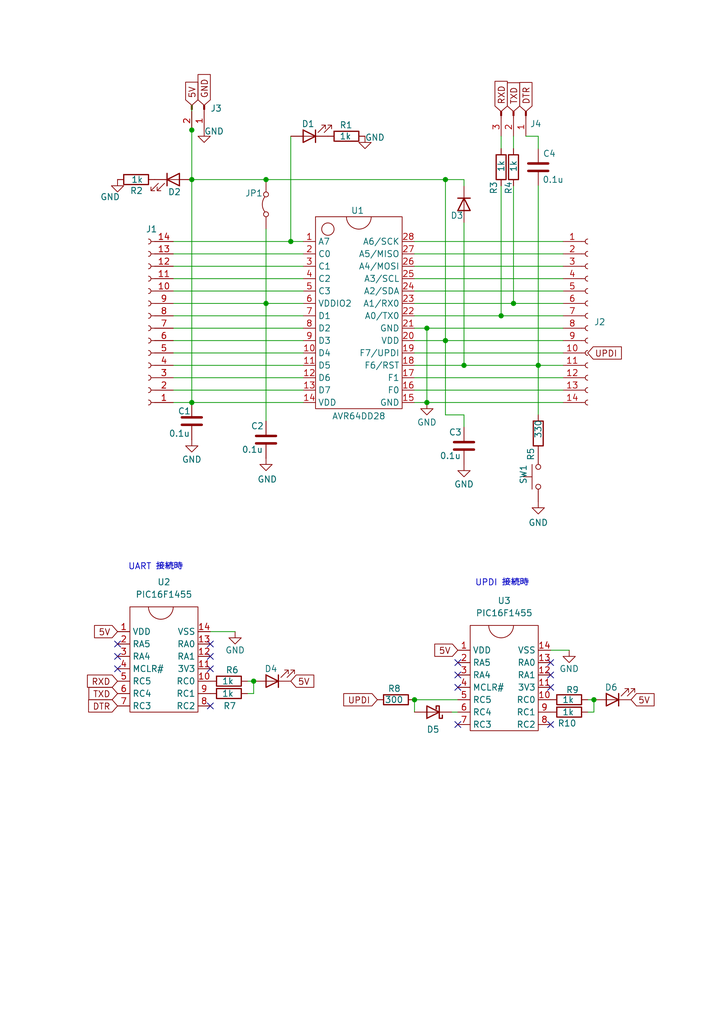
<source format=kicad_sch>
(kicad_sch (version 20250114) (generator "eeschema") (generator_version "9.0")
  (paper "A5" portrait)
  (lib_symbols
    (symbol "0Ore:AVR64DD28"
      (property "Reference" "U" (at 0 0 0))
      (symbol "AVR64DD28_0_1"
        (rectangle (start -8.89 40.64) (end 8.89 1.27))
        (circle (center -6.35 38.1) (radius 1.27))
        (arc (start 0 38.1) (mid -1.7961 38.8439) (end -2.54 40.64))
        (arc (start 2.54 40.64) (mid 1.7961 38.8439) (end 0 38.1))
      )
      (symbol "AVR64DD28_1_1"
        (pin input line (at -11.43 35.56 0) (length 2.54) (name "A7") (number "1"))
        (pin input line (at -11.43 33.02 0) (length 2.54) (name "C0") (number "2"))
        (pin input line (at -11.43 30.48 0) (length 2.54) (name "C1") (number "3"))
        (pin input line (at -11.43 27.94 0) (length 2.54) (name "C2") (number "4"))
        (pin input line (at -11.43 25.4 0) (length 2.54) (name "C3") (number "5"))
        (pin input line (at -11.43 22.86 0) (length 2.54) (name "VDDIO2") (number "6"))
        (pin input line (at -11.43 20.32 0) (length 2.54) (name "D1") (number "7"))
        (pin input line (at -11.43 17.78 0) (length 2.54) (name "D2") (number "8"))
        (pin input line (at -11.43 15.24 0) (length 2.54) (name "D3") (number "9"))
        (pin input line (at -11.43 12.7 0) (length 2.54) (name "D4") (number "10"))
        (pin input line (at -11.43 10.16 0) (length 2.54) (name "D5") (number "11"))
        (pin input line (at -11.43 7.62 0) (length 2.54) (name "D6") (number "12"))
        (pin input line (at -11.43 5.08 0) (length 2.54) (name "D7") (number "13"))
        (pin input line (at -11.43 2.54 0) (length 2.54) (name "VDD") (number "14"))
        (pin input line (at 11.43 35.56 180) (length 2.54) (name "A6/SCK") (number "28"))
        (pin input line (at 11.43 33.02 180) (length 2.54) (name "A5/MISO") (number "27"))
        (pin input line (at 11.43 30.48 180) (length 2.54) (name "A4/MOSI") (number "26"))
        (pin input line (at 11.43 27.94 180) (length 2.54) (name "A3/SCL") (number "25"))
        (pin input line (at 11.43 25.4 180) (length 2.54) (name "A2/SDA") (number "24"))
        (pin input line (at 11.43 22.86 180) (length 2.54) (name "A1/RX0") (number "23"))
        (pin input line (at 11.43 20.32 180) (length 2.54) (name "A0/TX0") (number "22"))
        (pin input line (at 11.43 17.78 180) (length 2.54) (name "GND") (number "21"))
        (pin input line (at 11.43 15.24 180) (length 2.54) (name "VDD") (number "20"))
        (pin input line (at 11.43 12.7 180) (length 2.54) (name "F7/UPDI") (number "19"))
        (pin input line (at 11.43 10.16 180) (length 2.54) (name "F6/RST") (number "18"))
        (pin input line (at 11.43 7.62 180) (length 2.54) (name "F1") (number "17"))
        (pin input line (at 11.43 5.08 180) (length 2.54) (name "F0") (number "16"))
        (pin input line (at 11.43 2.54 180) (length 2.54) (name "GND") (number "15"))
      )
    )
    (symbol "0Ore:PIC16F1455"
      (property "Reference" "U" (at 0 0 0))
      (symbol "PIC16F1455_0_1"
        (rectangle (start -7.62 22.86) (end 6.35 1.27))
        (arc (start -1.27 20.32) (mid -3.0661 21.0639) (end -3.81 22.86))
        (arc (start 1.27 22.86) (mid 0.5261 21.0639) (end -1.27 20.32))
      )
      (symbol "PIC16F1455_1_1"
        (pin output line (at -10.16 17.78 0) (length 2.54) (name "VDD") (number "1"))
        (pin bidirectional line (at -10.16 15.24 0) (length 2.54) (name "RA5") (number "2"))
        (pin bidirectional line (at -10.16 12.7 0) (length 2.54) (name "RA4") (number "3"))
        (pin input line (at -10.16 10.16 0) (length 2.54) (name "MCLR#") (number "4"))
        (pin bidirectional line (at -10.16 7.62 0) (length 2.54) (name "RC5") (number "5"))
        (pin bidirectional line (at -10.16 5.08 0) (length 2.54) (name "RC4") (number "6"))
        (pin bidirectional line (at -10.16 2.54 0) (length 2.54) (name "RC3") (number "7"))
        (pin output line (at 8.89 17.78 180) (length 2.54) (name "VSS") (number "14"))
        (pin bidirectional line (at 8.89 15.24 180) (length 2.54) (name "RA0") (number "13"))
        (pin bidirectional line (at 8.89 12.7 180) (length 2.54) (name "RA1") (number "12"))
        (pin output line (at 8.89 10.16 180) (length 2.54) (name "3V3") (number "11"))
        (pin bidirectional line (at 8.89 7.62 180) (length 2.54) (name "RC0") (number "10"))
        (pin bidirectional line (at 8.89 5.08 180) (length 2.54) (name "RC1") (number "9"))
        (pin bidirectional line (at 8.89 2.54 180) (length 2.54) (name "RC2") (number "8"))
      )
    )
    (symbol "Connector:Conn_01x02_Pin" (pin_names (offset 1.016) (hide yes))
      (property "Reference" "J" (at 0 2.54 0))
      (property "Value" "Conn_01x02_Pin" (at 0 -5.08 0))
      (symbol "Conn_01x02_Pin_1_1"
        (rectangle (start 0.8636 0.127) (end 0 -0.127) (stroke (width 0.1524)) (fill (type outline)))
        (rectangle (start 0.8636 -2.413) (end 0 -2.667) (stroke (width 0.1524)) (fill (type outline)))
        (polyline (pts (xy 1.27 0) (xy 0.8636 0)) (stroke (width 0.1524)))
        (polyline (pts (xy 1.27 -2.54) (xy 0.8636 -2.54)) (stroke (width 0.1524)))
        (pin passive line (at 5.08 0 180) (length 3.81) (name "Pin_1") (number "1"))
        (pin passive line (at 5.08 -2.54 180) (length 3.81) (name "Pin_2") (number "2"))
      )
    )
    (symbol "Connector:Conn_01x03_Pin" (pin_names (offset 1.016) (hide yes))
      (property "Reference" "J" (at 0 5.08 0))
      (property "Value" "Conn_01x03_Pin" (at 0 -5.08 0))
      (symbol "Conn_01x03_Pin_1_1"
        (rectangle (start 0.8636 2.667) (end 0 2.413) (stroke (width 0.1524)) (fill (type outline)))
        (rectangle (start 0.8636 0.127) (end 0 -0.127) (stroke (width 0.1524)) (fill (type outline)))
        (rectangle (start 0.8636 -2.413) (end 0 -2.667) (stroke (width 0.1524)) (fill (type outline)))
        (polyline (pts (xy 1.27 2.54) (xy 0.8636 2.54)) (stroke (width 0.1524)))
        (polyline (pts (xy 1.27 0) (xy 0.8636 0)) (stroke (width 0.1524)))
        (polyline (pts (xy 1.27 -2.54) (xy 0.8636 -2.54)) (stroke (width 0.1524)))
        (pin passive line (at 5.08 2.54 180) (length 3.81) (name "Pin_1") (number "1"))
        (pin passive line (at 5.08 0 180) (length 3.81) (name "Pin_2") (number "2"))
        (pin passive line (at 5.08 -2.54 180) (length 3.81) (name "Pin_3") (number "3"))
      )
    )
    (symbol "Connector:Conn_01x14_Socket" (pin_names (offset 1.016) (hide yes))
      (property "Reference" "J" (at 0 17.78 0))
      (property "Value" "Conn_01x14_Socket" (at 0 -20.32 0))
      (symbol "Conn_01x14_Socket_1_1"
        (polyline (pts (xy -1.27 15.24) (xy -0.508 15.24)) (stroke (width 0.1524)))
        (polyline (pts (xy -1.27 12.7) (xy -0.508 12.7)) (stroke (width 0.1524)))
        (polyline (pts (xy -1.27 10.16) (xy -0.508 10.16)) (stroke (width 0.1524)))
        (polyline (pts (xy -1.27 7.62) (xy -0.508 7.62)) (stroke (width 0.1524)))
        (polyline (pts (xy -1.27 5.08) (xy -0.508 5.08)) (stroke (width 0.1524)))
        (polyline (pts (xy -1.27 2.54) (xy -0.508 2.54)) (stroke (width 0.1524)))
        (polyline (pts (xy -1.27 0) (xy -0.508 0)) (stroke (width 0.1524)))
        (polyline (pts (xy -1.27 -2.54) (xy -0.508 -2.54)) (stroke (width 0.1524)))
        (polyline (pts (xy -1.27 -5.08) (xy -0.508 -5.08)) (stroke (width 0.1524)))
        (polyline (pts (xy -1.27 -7.62) (xy -0.508 -7.62)) (stroke (width 0.1524)))
        (polyline (pts (xy -1.27 -10.16) (xy -0.508 -10.16)) (stroke (width 0.1524)))
        (polyline (pts (xy -1.27 -12.7) (xy -0.508 -12.7)) (stroke (width 0.1524)))
        (polyline (pts (xy -1.27 -15.24) (xy -0.508 -15.24)) (stroke (width 0.1524)))
        (polyline (pts (xy -1.27 -17.78) (xy -0.508 -17.78)) (stroke (width 0.1524)))
        (arc (start 0 14.732) (mid -0.5058 15.24) (end 0 15.748) (stroke (width 0.1524)))
        (arc (start 0 12.192) (mid -0.5058 12.7) (end 0 13.208) (stroke (width 0.1524)))
        (arc (start 0 9.652) (mid -0.5058 10.16) (end 0 10.668) (stroke (width 0.1524)))
        (arc (start 0 7.112) (mid -0.5058 7.62) (end 0 8.128) (stroke (width 0.1524)))
        (arc (start 0 4.572) (mid -0.5058 5.08) (end 0 5.588) (stroke (width 0.1524)))
        (arc (start 0 2.032) (mid -0.5058 2.54) (end 0 3.048) (stroke (width 0.1524)))
        (arc (start 0 -0.508) (mid -0.5058 0) (end 0 0.508) (stroke (width 0.1524)))
        (arc (start 0 -3.048) (mid -0.5058 -2.54) (end 0 -2.032) (stroke (width 0.1524)))
        (arc (start 0 -5.588) (mid -0.5058 -5.08) (end 0 -4.572) (stroke (width 0.1524)))
        (arc (start 0 -8.128) (mid -0.5058 -7.62) (end 0 -7.112) (stroke (width 0.1524)))
        (arc (start 0 -10.668) (mid -0.5058 -10.16) (end 0 -9.652) (stroke (width 0.1524)))
        (arc (start 0 -13.208) (mid -0.5058 -12.7) (end 0 -12.192) (stroke (width 0.1524)))
        (arc (start 0 -15.748) (mid -0.5058 -15.24) (end 0 -14.732) (stroke (width 0.1524)))
        (arc (start 0 -18.288) (mid -0.5058 -17.78) (end 0 -17.272) (stroke (width 0.1524)))
        (pin passive line (at -5.08 15.24 0) (length 3.81) (name "Pin_1") (number "1"))
        (pin passive line (at -5.08 12.7 0) (length 3.81) (name "Pin_2") (number "2"))
        (pin passive line (at -5.08 10.16 0) (length 3.81) (name "Pin_3") (number "3"))
        (pin passive line (at -5.08 7.62 0) (length 3.81) (name "Pin_4") (number "4"))
        (pin passive line (at -5.08 5.08 0) (length 3.81) (name "Pin_5") (number "5"))
        (pin passive line (at -5.08 2.54 0) (length 3.81) (name "Pin_6") (number "6"))
        (pin passive line (at -5.08 0 0) (length 3.81) (name "Pin_7") (number "7"))
        (pin passive line (at -5.08 -2.54 0) (length 3.81) (name "Pin_8") (number "8"))
        (pin passive line (at -5.08 -5.08 0) (length 3.81) (name "Pin_9") (number "9"))
        (pin passive line (at -5.08 -7.62 0) (length 3.81) (name "Pin_10") (number "10"))
        (pin passive line (at -5.08 -10.16 0) (length 3.81) (name "Pin_11") (number "11"))
        (pin passive line (at -5.08 -12.7 0) (length 3.81) (name "Pin_12") (number "12"))
        (pin passive line (at -5.08 -15.24 0) (length 3.81) (name "Pin_13") (number "13"))
        (pin passive line (at -5.08 -17.78 0) (length 3.81) (name "Pin_14") (number "14"))
      )
    )
    (symbol "Device:C" (pin_numbers (hide yes)) (pin_names (offset 0.254))
      (property "Reference" "C" (at 0.635 2.54 0))
      (property "Value" "C" (at 0.635 -2.54 0))
      (symbol "C_0_1"
        (polyline (pts (xy -2.032 0.762) (xy 2.032 0.762)) (stroke (width 0.508)))
        (polyline (pts (xy -2.032 -0.762) (xy 2.032 -0.762)) (stroke (width 0.508)))
      )
      (symbol "C_1_1"
        (pin passive line (at 0 3.81 270) (length 2.794) (name "~") (number "1"))
        (pin passive line (at 0 -3.81 90) (length 2.794) (name "~") (number "2"))
      )
    )
    (symbol "Device:D" (pin_numbers (hide yes)) (pin_names (offset 1.016) (hide yes))
      (property "Reference" "D" (at 0 2.54 0))
      (property "Value" "D" (at 0 -2.54 0))
      (symbol "D_0_1"
        (polyline (pts (xy -1.27 1.27) (xy -1.27 -1.27)) (stroke (width 0.254)))
        (polyline (pts (xy 1.27 1.27) (xy 1.27 -1.27) (xy -1.27 0) (xy 1.27 1.27)) (stroke (width 0.254)))
        (polyline (pts (xy 1.27 0) (xy -1.27 0)))
      )
      (symbol "D_1_1"
        (pin passive line (at -3.81 0 0) (length 2.54) (name "K") (number "1"))
        (pin passive line (at 3.81 0 180) (length 2.54) (name "A") (number "2"))
      )
    )
    (symbol "Device:D_Schottky" (pin_numbers (hide yes)) (pin_names (offset 1.016) (hide yes))
      (property "Reference" "D" (at 0 2.54 0))
      (property "Value" "D_Schottky" (at 0 -2.54 0))
      (symbol "D_Schottky_0_1"
        (polyline (pts (xy -1.905 0.635) (xy -1.905 1.27) (xy -1.27 1.27) (xy -1.27 -1.27) (xy -0.635 -1.27) (xy -0.635 -0.635)) (stroke (width 0.254)))
        (polyline (pts (xy 1.27 1.27) (xy 1.27 -1.27) (xy -1.27 0) (xy 1.27 1.27)) (stroke (width 0.254)))
        (polyline (pts (xy 1.27 0) (xy -1.27 0)))
      )
      (symbol "D_Schottky_1_1"
        (pin passive line (at -3.81 0 0) (length 2.54) (name "K") (number "1"))
        (pin passive line (at 3.81 0 180) (length 2.54) (name "A") (number "2"))
      )
    )
    (symbol "Device:R" (pin_numbers (hide yes)) (pin_names (offset 0))
      (property "Reference" "R" (at 2.032 0 90))
      (property "Value" "R" (at 0 0 90))
      (symbol "R_0_1"
        (rectangle (start -1.016 -2.54) (end 1.016 2.54) (stroke (width 0.254)))
      )
      (symbol "R_1_1"
        (pin passive line (at 0 3.81 270) (length 1.27) (name "~") (number "1"))
        (pin passive line (at 0 -3.81 90) (length 1.27) (name "~") (number "2"))
      )
    )
    (symbol "Jumper:Jumper_2_Bridged" (pin_numbers (hide yes)) (pin_names (offset 0) (hide yes))
      (property "Reference" "JP" (at 0 1.905 0))
      (property "Value" "Jumper_2_Bridged" (at 0 -2.54 0))
      (symbol "Jumper_2_Bridged_0_0"
        (circle (center -2.032 0) (radius 0.508))
        (circle (center 2.032 0) (radius 0.508))
      )
      (symbol "Jumper_2_Bridged_0_1"
        (arc (start -1.524 0.254) (mid 0 0.762) (end 1.524 0.254))
      )
      (symbol "Jumper_2_Bridged_1_1"
        (pin passive line (at -5.08 0 0) (length 2.54) (name "A") (number "1"))
        (pin passive line (at 5.08 0 180) (length 2.54) (name "B") (number "2"))
      )
    )
    (symbol "LED_1" (pin_numbers (hide yes)) (pin_names (offset 1.016) (hide yes))
      (property "Reference" "D" (at 0 2.54 0))
      (property "Value" "LED" (at 0 -2.54 0))
      (symbol "LED_1_0_1"
        (polyline (pts (xy -3.048 -0.762) (xy -4.572 -2.286) (xy -3.81 -2.286) (xy -4.572 -2.286) (xy -4.572 -1.524)))
        (polyline (pts (xy -1.778 -0.762) (xy -3.302 -2.286) (xy -2.54 -2.286) (xy -3.302 -2.286) (xy -3.302 -1.524)))
        (polyline (pts (xy -1.27 0) (xy 1.27 0)))
        (polyline (pts (xy -1.27 -1.27) (xy -1.27 1.27)) (stroke (width 0.254)))
        (polyline (pts (xy 1.27 -1.27) (xy 1.27 1.27) (xy -1.27 0) (xy 1.27 -1.27)) (stroke (width 0.254)))
      )
      (symbol "LED_1_1_1"
        (pin passive line (at -3.81 0 0) (length 2.54) (name "K") (number "1"))
        (pin passive line (at 3.81 0 180) (length 2.54) (name "A") (number "2"))
      )
    )
    (symbol "Switch:SW_Push" (pin_numbers (hide yes)) (pin_names (offset 1.016) (hide yes))
      (property "Reference" "SW" (at 1.27 2.54 0))
      (property "Value" "SW_Push" (at 0 -1.524 0))
      (symbol "SW_Push_0_1"
        (circle (center -2.032 0) (radius 0.508))
        (polyline (pts (xy 0 1.27) (xy 0 3.048)))
        (circle (center 2.032 0) (radius 0.508))
        (polyline (pts (xy 2.54 1.27) (xy -2.54 1.27)))
        (pin passive line (at -5.08 0 0) (length 2.54) (name "1") (number "1"))
        (pin passive line (at 5.08 0 180) (length 2.54) (name "2") (number "2"))
      )
    )
    (symbol "power:GND" (power) (pin_numbers (hide yes)) (pin_names (offset 0) (hide yes))
      (property "Value" "GND" (at 0 -3.81 0))
      (symbol "GND_0_1"
        (polyline (pts (xy 0 0) (xy 0 -1.27) (xy 1.27 -1.27) (xy 0 -2.54) (xy -1.27 -1.27) (xy 0 -1.27)))
      )
      (symbol "GND_1_1"
        (pin power_in line (at 0 0 270) (length 0) (name "~") (number "1"))
      )
    )
  )
  (text "UART 接続時" (at 32.004 116.332 0) (effects (font (size 1.27 1.27))))
  (text "UPDI 接続時" (at 103.124 119.634 0) (effects (font (size 1.27 1.27))))
  (junction (at 54.61 36.83))
  (junction (at 39.37 26.67))
  (junction (at 59.69 49.53))
  (junction (at 39.37 82.55))
  (junction (at 91.44 69.85))
  (junction (at 105.41 62.23))
  (junction (at 87.63 82.55))
  (junction (at 110.49 74.93))
  (junction (at 39.37 36.83))
  (junction (at 102.87 64.77))
  (junction (at 87.63 67.31))
  (junction (at 52.07 139.7))
  (junction (at 91.44 36.83))
  (junction (at 85.09 143.51))
  (junction (at 121.92 143.51))
  (junction (at 95.25 74.93))
  (junction (at 54.61 62.23))
  (no_connect (at 93.98 148.59))
  (no_connect (at 43.18 132.08))
  (no_connect (at 113.03 138.43))
  (no_connect (at 113.03 135.89))
  (no_connect (at 43.18 137.16))
  (no_connect (at 24.13 132.08))
  (no_connect (at 43.18 134.62))
  (no_connect (at 24.13 134.62))
  (no_connect (at 93.98 135.89))
  (no_connect (at 43.18 144.78))
  (no_connect (at 113.03 140.97))
  (no_connect (at 93.98 138.43))
  (no_connect (at 93.98 140.97))
  (no_connect (at 113.03 148.59))
  (no_connect (at 24.13 137.16))
  (wire (pts (xy 35.56 69.85) (xy 62.23 69.85)))
  (wire (pts (xy 54.61 62.23) (xy 54.61 86.36)))
  (wire (pts (xy 105.41 62.23) (xy 115.57 62.23)))
  (wire (pts (xy 110.49 85.09) (xy 110.49 74.93)))
  (wire (pts (xy 39.37 36.83) (xy 54.61 36.83)))
  (wire (pts (xy 35.56 77.47) (xy 62.23 77.47)))
  (wire (pts (xy 85.09 143.51) (xy 85.09 146.05)))
  (wire (pts (xy 35.56 59.69) (xy 62.23 59.69)))
  (wire (pts (xy 54.61 46.99) (xy 54.61 62.23)))
  (wire (pts (xy 85.09 74.93) (xy 95.25 74.93)))
  (wire (pts (xy 91.44 69.85) (xy 115.57 69.85)))
  (wire (pts (xy 85.09 80.01) (xy 115.57 80.01)))
  (wire (pts (xy 110.49 74.93) (xy 115.57 74.93)))
  (wire (pts (xy 54.61 62.23) (xy 62.23 62.23)))
  (wire (pts (xy 95.25 85.09) (xy 91.44 85.09)))
  (wire (pts (xy 43.18 129.54) (xy 48.26 129.54)))
  (wire (pts (xy 35.56 57.15) (xy 62.23 57.15)))
  (wire (pts (xy 102.87 27.94) (xy 102.87 30.48)))
  (wire (pts (xy 110.49 27.94) (xy 110.49 30.48)))
  (wire (pts (xy 35.56 74.93) (xy 62.23 74.93)))
  (wire (pts (xy 35.56 62.23) (xy 54.61 62.23)))
  (wire (pts (xy 85.09 49.53) (xy 115.57 49.53)))
  (wire (pts (xy 35.56 64.77) (xy 62.23 64.77)))
  (wire (pts (xy 120.65 146.05) (xy 121.92 146.05)))
  (wire (pts (xy 35.56 52.07) (xy 62.23 52.07)))
  (wire (pts (xy 121.92 143.51) (xy 121.92 146.05)))
  (wire (pts (xy 35.56 54.61) (xy 62.23 54.61)))
  (wire (pts (xy 91.44 36.83) (xy 91.44 69.85)))
  (wire (pts (xy 59.69 49.53) (xy 62.23 49.53)))
  (wire (pts (xy 59.69 27.94) (xy 59.69 49.53)))
  (wire (pts (xy 85.09 82.55) (xy 87.63 82.55)))
  (wire (pts (xy 85.09 69.85) (xy 91.44 69.85)))
  (wire (pts (xy 35.56 82.55) (xy 39.37 82.55)))
  (wire (pts (xy 54.61 36.83) (xy 91.44 36.83)))
  (wire (pts (xy 39.37 26.67) (xy 39.37 36.83)))
  (wire (pts (xy 95.25 45.72) (xy 95.25 74.93)))
  (wire (pts (xy 85.09 62.23) (xy 105.41 62.23)))
  (wire (pts (xy 50.8 142.24) (xy 52.07 142.24)))
  (wire (pts (xy 85.09 54.61) (xy 115.57 54.61)))
  (wire (pts (xy 91.44 69.85) (xy 91.44 85.09)))
  (wire (pts (xy 85.09 72.39) (xy 115.57 72.39)))
  (wire (pts (xy 85.09 67.31) (xy 87.63 67.31)))
  (wire (pts (xy 35.56 80.01) (xy 62.23 80.01)))
  (wire (pts (xy 35.56 72.39) (xy 62.23 72.39)))
  (wire (pts (xy 102.87 38.1) (xy 102.87 64.77)))
  (wire (pts (xy 95.25 74.93) (xy 110.49 74.93)))
  (wire (pts (xy 92.71 146.05) (xy 93.98 146.05)))
  (wire (pts (xy 95.25 87.63) (xy 95.25 85.09)))
  (wire (pts (xy 87.63 82.55) (xy 115.57 82.55)))
  (wire (pts (xy 110.49 38.1) (xy 110.49 74.93)))
  (wire (pts (xy 52.07 139.7) (xy 52.07 142.24)))
  (wire (pts (xy 91.44 36.83) (xy 95.25 36.83)))
  (wire (pts (xy 39.37 82.55) (xy 62.23 82.55)))
  (wire (pts (xy 107.95 27.94) (xy 110.49 27.94)))
  (wire (pts (xy 87.63 67.31) (xy 87.63 82.55)))
  (wire (pts (xy 35.56 67.31) (xy 62.23 67.31)))
  (wire (pts (xy 105.41 38.1) (xy 105.41 62.23)))
  (wire (pts (xy 102.87 64.77) (xy 115.57 64.77)))
  (wire (pts (xy 120.65 143.51) (xy 121.92 143.51)))
  (wire (pts (xy 113.03 133.35) (xy 116.84 133.35)))
  (wire (pts (xy 95.25 38.1) (xy 95.25 36.83)))
  (wire (pts (xy 50.8 139.7) (xy 52.07 139.7)))
  (wire (pts (xy 39.37 36.83) (xy 39.37 82.55)))
  (wire (pts (xy 85.09 57.15) (xy 115.57 57.15)))
  (wire (pts (xy 85.09 52.07) (xy 115.57 52.07)))
  (wire (pts (xy 85.09 64.77) (xy 102.87 64.77)))
  (wire (pts (xy 35.56 49.53) (xy 59.69 49.53)))
  (wire (pts (xy 85.09 59.69) (xy 115.57 59.69)))
  (wire (pts (xy 105.41 27.94) (xy 105.41 30.48)))
  (wire (pts (xy 39.37 21.59) (xy 39.37 26.67)))
  (wire (pts (xy 85.09 77.47) (xy 115.57 77.47)))
  (wire (pts (xy 87.63 67.31) (xy 115.57 67.31)))
  (wire (pts (xy 85.09 143.51) (xy 93.98 143.51)))
  (global_label "UPDI" (shape input) (at 120.65 72.39 0) (property "Intersheetrefs" "${INTERSHEET_REFS}" (effects (hide yes))))
  (global_label "RXD" (shape input) (at 24.13 139.7 180) (property "Intersheetrefs" "${INTERSHEET_REFS}" (effects (hide yes))))
  (global_label "RXD" (shape input) (at 102.87 22.86 90) (property "Intersheetrefs" "${INTERSHEET_REFS}" (effects (hide yes))))
  (global_label "UPDI" (shape input) (at 77.47 143.51 180) (property "Intersheetrefs" "${INTERSHEET_REFS}" (effects (hide yes))))
  (global_label "5V" (shape input) (at 129.54 143.51 0) (property "Intersheetrefs" "${INTERSHEET_REFS}" (effects (hide yes))))
  (global_label "TXD" (shape input) (at 24.13 142.24 180) (property "Intersheetrefs" "${INTERSHEET_REFS}" (effects (hide yes))))
  (global_label "5V" (shape input) (at 24.13 129.54 180) (property "Intersheetrefs" "${INTERSHEET_REFS}" (effects (hide yes))))
  (global_label "5V" (shape input) (at 59.69 139.7 0) (property "Intersheetrefs" "${INTERSHEET_REFS}" (effects (hide yes))))
  (global_label "5V" (shape input) (at 93.98 133.35 180) (property "Intersheetrefs" "${INTERSHEET_REFS}" (effects (hide yes))))
  (global_label "TXD" (shape input) (at 105.41 22.86 90) (property "Intersheetrefs" "${INTERSHEET_REFS}" (effects (hide yes))))
  (global_label "DTR" (shape input) (at 107.95 22.86 90) (property "Intersheetrefs" "${INTERSHEET_REFS}" (effects (hide yes))))
  (global_label "GND" (shape input) (at 41.91 21.59 90) (property "Intersheetrefs" "${INTERSHEET_REFS}" (effects (hide yes))))
  (global_label "DTR" (shape input) (at 24.13 144.78 180) (property "Intersheetrefs" "${INTERSHEET_REFS}" (effects (hide yes))))
  (global_label "5V" (shape input) (at 39.37 21.59 90) (property "Intersheetrefs" "${INTERSHEET_REFS}" (effects (hide yes))))
  (symbol (lib_id "power:GND") (at 110.49 102.87 0) (unit 1)
    (property "Reference" "#PWR07" (effects (hide yes)))
    (property "Value" "GND" (at 110.49 107.188 0))
    (property "Description" "Power symbol creates a global label with name \"GND\" , ground" (effects (hide yes)))
  )
  (symbol (lib_name "LED_1") (lib_id "Device:LED") (at 63.5 27.94 180) (unit 1)
    (property "Reference" "D1" (at 63.246 25.4 0))
    (property "Value" "LED" (effects (hide yes)))
    (property "Description" "Light emitting diode" (effects (hide yes)))
    (property "Sim.Pins" "1=K 2=A" (effects (hide yes)))
  )
  (symbol (lib_id "0Ore:PIC16F1455") (at 104.14 151.13 0) (unit 1)
    (property "Reference" "U3" (at 103.505 123.19 0))
    (property "Value" "PIC16F1455" (at 103.505 125.73 0))
  )
  (symbol (lib_id "power:GND") (at 24.13 36.83 0) (unit 1)
    (property "Reference" "#PWR08" (effects (hide yes)))
    (property "Value" "GND" (at 22.606 40.386 0))
    (property "Description" "Power symbol creates a global label with name \"GND\" , ground" (effects (hide yes)))
  )
  (symbol (lib_id "Device:R") (at 110.49 88.9 0) (unit 1)
    (property "Reference" "R5" (at 108.966 94.488 90) (effects (justify left)))
    (property "Value" "330" (at 110.49 89.916 90) (effects (justify left)))
    (property "Description" "Resistor" (effects (hide yes)))
  )
  (symbol (lib_id "power:GND") (at 74.93 27.94 0) (unit 1)
    (property "Reference" "#PWR04" (effects (hide yes)))
    (property "Value" "GND" (at 76.962 28.194 0))
    (property "Description" "Power symbol creates a global label with name \"GND\" , ground" (effects (hide yes)))
  )
  (symbol (lib_id "Connector:Conn_01x02_Pin") (at 41.91 21.59 270) (unit 1)
    (property "Reference" "J3" (at 43.18 22.2249 90) (effects (justify left)))
    (property "Value" "Conn_01x02_Pin" (effects (hide yes)))
    (property "Description" "Generic connector, single row, 01x02, script generated" (effects (hide yes)))
  )
  (symbol (lib_id "Device:C") (at 54.61 90.17 180) (unit 1)
    (property "Reference" "C2" (at 52.832 87.376 0))
    (property "Value" "0.1u" (at 51.816 92.202 0))
    (property "Description" "Unpolarized capacitor" (effects (hide yes)))
  )
  (symbol (lib_id "Connector:Conn_01x14_Socket") (at 30.48 67.31 180) (unit 1)
    (property "Reference" "J1" (at 31.115 46.99 0))
    (property "Value" "Conn_01x14_Socket" (effects (hide yes)))
    (property "Description" "Generic connector, single row, 01x14, script generated" (effects (hide yes)))
  )
  (symbol (lib_id "Device:C") (at 39.37 86.36 180) (unit 1)
    (property "Reference" "C1" (at 37.846 84.328 0))
    (property "Value" "0.1u" (at 36.83 88.9 0))
    (property "Description" "Unpolarized capacitor" (effects (hide yes)))
  )
  (symbol (lib_id "power:GND") (at 87.63 82.55 0) (unit 1)
    (property "Reference" "#PWR05" (effects (hide yes)))
    (property "Value" "GND" (at 87.63 86.614 0))
    (property "Description" "Power symbol creates a global label with name \"GND\" , ground" (effects (hide yes)))
  )
  (symbol (lib_name "LED_1") (lib_id "Device:LED") (at 55.88 139.7 180) (unit 1)
    (property "Reference" "D4" (at 55.626 137.16 0))
    (property "Value" "LED" (effects (hide yes)))
    (property "Description" "Light emitting diode" (effects (hide yes)))
    (property "Sim.Pins" "1=K 2=A" (effects (hide yes)))
  )
  (symbol (lib_id "power:GND") (at 116.84 133.35 0) (unit 1)
    (property "Reference" "#PWR010" (effects (hide yes)))
    (property "Value" "GND" (at 116.84 137.16 0))
    (property "Description" "Power symbol creates a global label with name \"GND\" , ground" (effects (hide yes)))
  )
  (symbol (lib_name "LED_1") (lib_id "Device:LED") (at 35.56 36.83 0) (unit 1)
    (property "Reference" "D2" (at 35.814 39.37 0))
    (property "Value" "LED" (effects (hide yes)))
    (property "Description" "Light emitting diode" (effects (hide yes)))
    (property "Sim.Pins" "1=K 2=A" (effects (hide yes)))
  )
  (symbol (lib_id "Device:R") (at 105.41 34.29 0) (unit 1)
    (property "Reference" "R4" (at 104.394 39.878 90) (effects (justify left)))
    (property "Value" "1k" (at 105.41 35.306 90) (effects (justify left)))
    (property "Description" "Resistor" (effects (hide yes)))
  )
  (symbol (lib_id "power:GND") (at 39.37 90.17 0) (unit 1)
    (property "Reference" "#PWR01" (effects (hide yes)))
    (property "Value" "GND" (at 39.37 94.234 0))
    (property "Description" "Power symbol creates a global label with name \"GND\" , ground" (effects (hide yes)))
  )
  (symbol (lib_id "Device:R") (at 102.87 34.29 0) (unit 1)
    (property "Reference" "R3" (at 101.346 39.878 90) (effects (justify left)))
    (property "Value" "1k" (at 102.87 35.306 90) (effects (justify left)))
    (property "Description" "Resistor" (effects (hide yes)))
  )
  (symbol (lib_id "power:GND") (at 95.25 95.25 0) (unit 1)
    (property "Reference" "#PWR06" (effects (hide yes)))
    (property "Value" "GND" (at 95.25 99.314 0))
    (property "Description" "Power symbol creates a global label with name \"GND\" , ground" (effects (hide yes)))
  )
  (symbol (lib_id "Connector:Conn_01x14_Socket") (at 120.65 64.77 0) (unit 1)
    (property "Reference" "J2" (at 121.92 66.0399 0) (effects (justify left)))
    (property "Value" "Conn_01x14_Socket" (effects (hide yes)))
    (property "Description" "Generic connector, single row, 01x14, script generated" (effects (hide yes)))
  )
  (symbol (lib_id "Device:R") (at 27.94 36.83 270) (unit 1)
    (property "Reference" "R2" (at 26.67 39.116 90) (effects (justify left)))
    (property "Value" "1k" (at 26.924 36.83 90) (effects (justify left)))
    (property "Description" "Resistor" (effects (hide yes)))
  )
  (symbol (lib_id "0Ore:PIC16F1455") (at 34.29 147.32 0) (unit 1)
    (property "Reference" "U2" (at 33.655 119.38 0))
    (property "Value" "PIC16F1455" (at 33.655 121.92 0))
  )
  (symbol (lib_id "Connector:Conn_01x03_Pin") (at 105.41 22.86 270) (unit 1)
    (property "Reference" "J4" (at 109.982 25.4 90))
    (property "Value" "Conn_01x03_Pin" (effects (hide yes)))
    (property "Description" "Generic connector, single row, 01x03, script generated" (effects (hide yes)))
  )
  (symbol (lib_name "LED_1") (lib_id "Device:LED") (at 125.73 143.51 180) (unit 1)
    (property "Reference" "D6" (at 125.476 140.97 0))
    (property "Value" "LED" (effects (hide yes)))
    (property "Description" "Light emitting diode" (effects (hide yes)))
    (property "Sim.Pins" "1=K 2=A" (effects (hide yes)))
  )
  (symbol (lib_id "Device:C") (at 110.49 34.29 180) (unit 1)
    (property "Reference" "C4" (at 112.776 31.496 0))
    (property "Value" "0.1u" (at 113.538 36.83 0))
    (property "Description" "Unpolarized capacitor" (effects (hide yes)))
  )
  (symbol (lib_id "Device:R") (at 46.99 139.7 90) (unit 1)
    (property "Reference" "R6" (at 49.022 137.414 90) (effects (justify left)))
    (property "Value" "1k" (at 48.006 139.7 90) (effects (justify left)))
    (property "Description" "Resistor" (effects (hide yes)))
  )
  (symbol (lib_id "Device:C") (at 95.25 91.44 180) (unit 1)
    (property "Reference" "C3" (at 93.472 88.646 0))
    (property "Value" "0.1u" (at 92.456 93.472 0))
    (property "Description" "Unpolarized capacitor" (effects (hide yes)))
  )
  (symbol (lib_id "power:GND") (at 48.26 129.54 0) (unit 1)
    (property "Reference" "#PWR09" (effects (hide yes)))
    (property "Value" "GND" (at 48.26 133.35 0))
    (property "Description" "Power symbol creates a global label with name \"GND\" , ground" (effects (hide yes)))
  )
  (symbol (lib_id "0Ore:AVR64DD28") (at 73.66 85.09 0) (unit 1)
    (property "Reference" "U1" (at 73.406 43.18 0))
    (property "Value" "AVR64DD28" (at 73.66 85.344 0))
  )
  (symbol (lib_id "Device:D") (at 95.25 41.91 90) (mirror x) (unit 1)
    (property "Reference" "D3" (at 92.456 44.196 90) (effects (justify right)))
    (property "Value" "D" (effects (hide yes)))
    (property "Description" "Diode" (effects (hide yes)))
    (property "Sim.Device" "D" (effects (hide yes)))
    (property "Sim.Pins" "1=K 2=A" (effects (hide yes)))
  )
  (symbol (lib_id "Device:R") (at 116.84 143.51 90) (unit 1)
    (property "Reference" "R9" (at 118.872 141.478 90) (effects (justify left)))
    (property "Value" "1k" (at 117.856 143.51 90) (effects (justify left)))
    (property "Description" "Resistor" (effects (hide yes)))
  )
  (symbol (lib_id "power:GND") (at 41.91 26.67 0) (unit 1)
    (property "Reference" "#PWR02" (effects (hide yes)))
    (property "Value" "GND" (at 43.942 26.924 0))
    (property "Description" "Power symbol creates a global label with name \"GND\" , ground" (effects (hide yes)))
  )
  (symbol (lib_id "Device:R") (at 81.28 143.51 90) (unit 1)
    (property "Reference" "R8" (at 82.296 141.224 90) (effects (justify left)))
    (property "Value" "300" (at 82.804 143.51 90) (effects (justify left)))
    (property "Description" "Resistor" (effects (hide yes)))
  )
  (symbol (lib_id "Device:D_Schottky") (at 88.9 146.05 180) (unit 1)
    (property "Reference" "D5" (at 88.9 149.606 0))
    (property "Value" "D_Schottky" (effects (hide yes)))
    (property "Description" "Schottky diode" (effects (hide yes)))
  )
  (symbol (lib_id "Device:R") (at 116.84 146.05 90) (unit 1)
    (property "Reference" "R10" (at 118.364 148.336 90) (effects (justify left)))
    (property "Value" "1k" (at 117.856 146.05 90) (effects (justify left)))
    (property "Description" "Resistor" (effects (hide yes)))
  )
  (symbol (lib_id "Device:R") (at 46.99 142.24 90) (unit 1)
    (property "Reference" "R7" (at 48.514 144.78 90) (effects (justify left)))
    (property "Value" "1k" (at 48.006 142.24 90) (effects (justify left)))
    (property "Description" "Resistor" (effects (hide yes)))
  )
  (symbol (lib_id "power:GND") (at 54.61 93.98 0) (unit 1)
    (property "Reference" "#PWR03" (effects (hide yes)))
    (property "Value" "GND" (at 54.864 98.298 0))
    (property "Description" "Power symbol creates a global label with name \"GND\" , ground" (effects (hide yes)))
  )
  (symbol (lib_id "Jumper:Jumper_2_Bridged") (at 54.61 41.91 90) (unit 1)
    (property "Reference" "JP1" (at 50.292 39.624 90) (effects (justify right)))
    (property "Value" "Jumper_2_Bridged" (effects (hide yes)))
    (property "Description" "Jumper, 2-pole, closed/bridged" (effects (hide yes)))
  )
  (symbol (lib_id "Device:R") (at 71.12 27.94 90) (unit 1)
    (property "Reference" "R1" (at 72.39 25.654 90) (effects (justify left)))
    (property "Value" "1k" (at 72.136 27.94 90) (effects (justify left)))
    (property "Description" "Resistor" (effects (hide yes)))
  )
  (symbol (lib_id "Switch:SW_Push") (at 110.49 97.79 90) (unit 1)
    (property "Reference" "SW1" (at 107.442 97.282 0))
    (property "Value" "SW_Push" (effects (hide yes)))
    (property "Description" "Push button switch, generic, two pins" (effects (hide yes)))
  )
)
</source>
